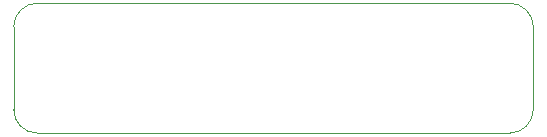
<source format=gbr>
%TF.GenerationSoftware,KiCad,Pcbnew,(6.0.0)*%
%TF.CreationDate,2022-03-28T02:07:41-07:00*%
%TF.ProjectId,squatterboard2,73717561-7474-4657-9262-6f617264322e,rev?*%
%TF.SameCoordinates,Original*%
%TF.FileFunction,Profile,NP*%
%FSLAX46Y46*%
G04 Gerber Fmt 4.6, Leading zero omitted, Abs format (unit mm)*
G04 Created by KiCad (PCBNEW (6.0.0)) date 2022-03-28 02:07:41*
%MOMM*%
%LPD*%
G01*
G04 APERTURE LIST*
%TA.AperFunction,Profile*%
%ADD10C,0.100000*%
%TD*%
G04 APERTURE END LIST*
D10*
X0Y-9000000D02*
G75*
G03*
X2000000Y-11000000I1999999J-1D01*
G01*
X44000000Y-2000000D02*
G75*
G03*
X42000000Y0I-1999999J1D01*
G01*
X0Y-9000000D02*
X0Y-2000000D01*
X44000000Y-2000000D02*
X44000000Y-9000000D01*
X2000000Y0D02*
X42000000Y0D01*
X42000000Y-11000000D02*
G75*
G03*
X44000000Y-9000000I1J1999999D01*
G01*
X42000000Y-11000000D02*
X2000000Y-11000000D01*
X2000000Y0D02*
G75*
G03*
X0Y-2000000I-1J-1999999D01*
G01*
M02*

</source>
